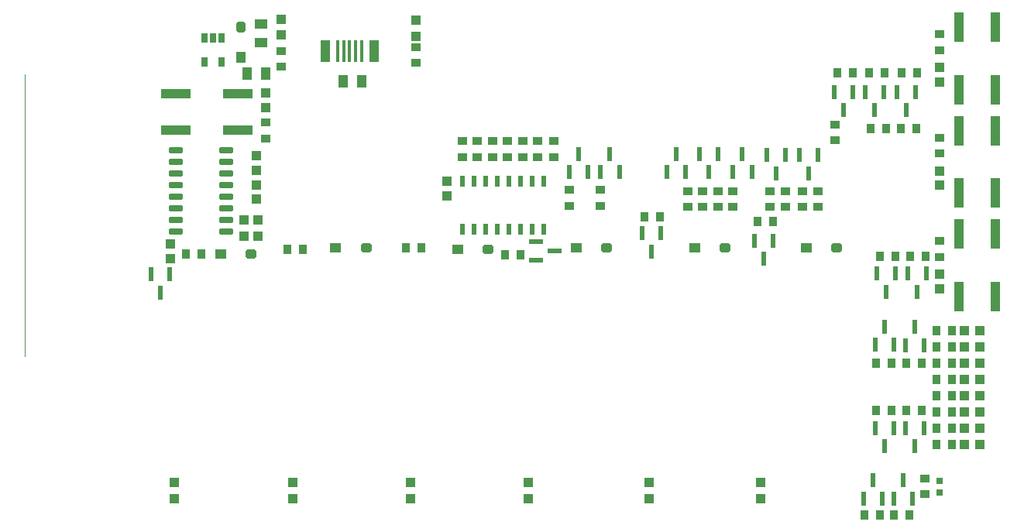
<source format=gtp>
G04*
G04 #@! TF.GenerationSoftware,Altium Limited,Altium NEXUS,2.1.9 (83)*
G04*
G04 Layer_Color=8421504*
%FSLAX44Y44*%
%MOMM*%
G71*
G01*
G75*
%ADD18C,0.1000*%
%ADD19R,0.7000X0.8000*%
%ADD20R,0.6600X1.0000*%
%ADD21R,1.1000X2.3500*%
%ADD22R,0.4000X2.3500*%
%ADD23R,1.0000X1.4000*%
%ADD24R,1.0000X0.9000*%
%ADD25R,1.4000X1.0000*%
%ADD26R,0.9000X1.0000*%
%ADD27R,1.0000X1.1000*%
%ADD28R,1.0000X1.2200*%
G04:AMPARAMS|DCode=29|XSize=1mm|YSize=1.22mm|CornerRadius=0mm|HoleSize=0mm|Usage=FLASHONLY|Rotation=0.000|XOffset=0mm|YOffset=0mm|HoleType=Round|Shape=Octagon|*
%AMOCTAGOND29*
4,1,8,-0.2500,0.6100,0.2500,0.6100,0.5000,0.3600,0.5000,-0.3600,0.2500,-0.6100,-0.2500,-0.6100,-0.5000,-0.3600,-0.5000,0.3600,-0.2500,0.6100,0.0*
%
%ADD29OCTAGOND29*%

%ADD30R,3.2000X1.0000*%
%ADD31R,1.0000X1.0000*%
%ADD32R,0.6100X1.6100*%
G04:AMPARAMS|DCode=33|XSize=0.55mm|YSize=1.25mm|CornerRadius=0.0495mm|HoleSize=0mm|Usage=FLASHONLY|Rotation=180.000|XOffset=0mm|YOffset=0mm|HoleType=Round|Shape=RoundedRectangle|*
%AMROUNDEDRECTD33*
21,1,0.5500,1.1510,0,0,180.0*
21,1,0.4510,1.2500,0,0,180.0*
1,1,0.0990,-0.2255,0.5755*
1,1,0.0990,0.2255,0.5755*
1,1,0.0990,0.2255,-0.5755*
1,1,0.0990,-0.2255,-0.5755*
%
%ADD33ROUNDEDRECTD33*%
%ADD34R,1.1000X1.0000*%
%ADD35R,1.2200X1.0000*%
G04:AMPARAMS|DCode=36|XSize=1mm|YSize=1.22mm|CornerRadius=0mm|HoleSize=0mm|Usage=FLASHONLY|Rotation=270.000|XOffset=0mm|YOffset=0mm|HoleType=Round|Shape=Octagon|*
%AMOCTAGOND36*
4,1,8,0.6100,0.2500,0.6100,-0.2500,0.3600,-0.5000,-0.3600,-0.5000,-0.6100,-0.2500,-0.6100,0.2500,-0.3600,0.5000,0.3600,0.5000,0.6100,0.2500,0.0*
%
%ADD36OCTAGOND36*%

%ADD37R,1.0000X3.2000*%
%ADD38R,1.6100X0.6100*%
G04:AMPARAMS|DCode=39|XSize=0.6mm|YSize=1.45mm|CornerRadius=0.051mm|HoleSize=0mm|Usage=FLASHONLY|Rotation=270.000|XOffset=0mm|YOffset=0mm|HoleType=Round|Shape=RoundedRectangle|*
%AMROUNDEDRECTD39*
21,1,0.6000,1.3480,0,0,270.0*
21,1,0.4980,1.4500,0,0,270.0*
1,1,0.1020,-0.6740,-0.2490*
1,1,0.1020,-0.6740,0.2490*
1,1,0.1020,0.6740,0.2490*
1,1,0.1020,0.6740,-0.2490*
%
%ADD39ROUNDEDRECTD39*%
%ADD40R,1.0000X1.0000*%
D18*
X255800Y444170D02*
Y752170D01*
D19*
X1256030Y307498D02*
D03*
Y295498D02*
D03*
D20*
X471018Y791764D02*
D03*
X461518D02*
D03*
X452018D02*
D03*
Y765764D02*
D03*
X471018D02*
D03*
D21*
X637162Y777494D02*
D03*
X584162D02*
D03*
D22*
X597662D02*
D03*
X604162D02*
D03*
X610662D02*
D03*
X617162D02*
D03*
X623662D02*
D03*
D23*
X623918Y744982D02*
D03*
X603918D02*
D03*
X519016Y752856D02*
D03*
X499016D02*
D03*
D24*
X683514Y781930D02*
D03*
Y764930D02*
D03*
X535940Y777866D02*
D03*
Y760866D02*
D03*
X519430Y682380D02*
D03*
Y699380D02*
D03*
X1239520Y309998D02*
D03*
Y292998D02*
D03*
X1106170Y624450D02*
D03*
Y607450D02*
D03*
X1070610Y624450D02*
D03*
Y607450D02*
D03*
X1122680Y624450D02*
D03*
Y607450D02*
D03*
X1087120Y624450D02*
D03*
Y607450D02*
D03*
X996950Y607450D02*
D03*
Y624450D02*
D03*
X1013460Y607450D02*
D03*
Y624450D02*
D03*
X834390Y679060D02*
D03*
Y662060D02*
D03*
X816610Y679060D02*
D03*
Y662060D02*
D03*
X800100Y679060D02*
D03*
Y662060D02*
D03*
X783590Y679060D02*
D03*
Y662060D02*
D03*
X767080Y679060D02*
D03*
Y662060D02*
D03*
X734060Y679060D02*
D03*
Y662060D02*
D03*
X750570Y679060D02*
D03*
Y662060D02*
D03*
X1141730Y697348D02*
D03*
Y680348D02*
D03*
X850900Y608720D02*
D03*
Y625720D02*
D03*
X885190Y608720D02*
D03*
Y625720D02*
D03*
X980186Y607450D02*
D03*
Y624450D02*
D03*
X1029970Y607450D02*
D03*
Y624450D02*
D03*
X1256030Y569840D02*
D03*
Y552840D02*
D03*
Y682870D02*
D03*
Y665870D02*
D03*
Y795900D02*
D03*
Y778900D02*
D03*
D25*
X513588Y807306D02*
D03*
Y787306D02*
D03*
D26*
X1230494Y693166D02*
D03*
X1213494D02*
D03*
X1180220D02*
D03*
X1197220D02*
D03*
X1143898Y753872D02*
D03*
X1160898D02*
D03*
X1178188D02*
D03*
X1195188D02*
D03*
X1213748D02*
D03*
X1230748D02*
D03*
X1269610Y472440D02*
D03*
X1252610D02*
D03*
X1219590Y436880D02*
D03*
X1236590D02*
D03*
X1269610Y454660D02*
D03*
X1252610D02*
D03*
X1186570Y436880D02*
D03*
X1203570D02*
D03*
X1269610D02*
D03*
X1252610D02*
D03*
X1207544Y553438D02*
D03*
X1190544D02*
D03*
X1269610Y419100D02*
D03*
X1252610D02*
D03*
X1240564Y553438D02*
D03*
X1223564D02*
D03*
X1269610Y401320D02*
D03*
X1252610D02*
D03*
X1206010Y270764D02*
D03*
X1223010D02*
D03*
X1269610Y383540D02*
D03*
X1252610D02*
D03*
X1173870Y270764D02*
D03*
X1190870D02*
D03*
X1269610Y365760D02*
D03*
X1252610D02*
D03*
X1203198Y384810D02*
D03*
X1186198D02*
D03*
X1269610Y347980D02*
D03*
X1252610D02*
D03*
X1236590Y385064D02*
D03*
X1219590D02*
D03*
X432190Y556260D02*
D03*
X449190D02*
D03*
X559680Y561340D02*
D03*
X542680D02*
D03*
X689220Y562610D02*
D03*
X672220D02*
D03*
X780678Y554990D02*
D03*
X797678D02*
D03*
X950332Y596138D02*
D03*
X933332D02*
D03*
X1073776Y591058D02*
D03*
X1056776D02*
D03*
D27*
X683514Y794140D02*
D03*
Y811140D02*
D03*
X535940Y795410D02*
D03*
Y812410D02*
D03*
X419354Y305680D02*
D03*
Y288680D02*
D03*
X548640Y305680D02*
D03*
Y288680D02*
D03*
X677164Y305680D02*
D03*
Y288680D02*
D03*
X806196Y305680D02*
D03*
Y288680D02*
D03*
X938022Y305680D02*
D03*
Y288680D02*
D03*
X1060196Y305680D02*
D03*
Y288680D02*
D03*
D28*
X491998Y770589D02*
D03*
D29*
Y804211D02*
D03*
D30*
X488660Y731200D02*
D03*
Y691200D02*
D03*
X420660D02*
D03*
Y731200D02*
D03*
D31*
X519430Y715900D02*
D03*
Y731900D02*
D03*
X717550Y635380D02*
D03*
Y619380D02*
D03*
X1256030Y533780D02*
D03*
Y517780D02*
D03*
Y646810D02*
D03*
Y630810D02*
D03*
Y759840D02*
D03*
Y743840D02*
D03*
X509270Y615570D02*
D03*
Y631570D02*
D03*
Y647320D02*
D03*
Y663320D02*
D03*
X415290Y566800D02*
D03*
Y550800D02*
D03*
D32*
X1122770Y664000D02*
D03*
X1102270D02*
D03*
X1112520Y644100D02*
D03*
X1087210Y664000D02*
D03*
X1066710D02*
D03*
X1076960Y644100D02*
D03*
X1013550Y665270D02*
D03*
X993050D02*
D03*
X1003300Y645370D02*
D03*
X1229250Y732834D02*
D03*
X1208750D02*
D03*
X1219000Y712934D02*
D03*
X1194960Y732834D02*
D03*
X1174460D02*
D03*
X1184710Y712934D02*
D03*
X1160670Y732834D02*
D03*
X1140170D02*
D03*
X1150420Y712934D02*
D03*
X850810Y645370D02*
D03*
X871310D02*
D03*
X861060Y665270D02*
D03*
X885100Y645370D02*
D03*
X905600D02*
D03*
X895350Y665270D02*
D03*
X957490Y645370D02*
D03*
X977990D02*
D03*
X967740Y665270D02*
D03*
X1029880Y645370D02*
D03*
X1050380D02*
D03*
X1040130Y665270D02*
D03*
X1218348Y456140D02*
D03*
X1238848D02*
D03*
X1228598Y476040D02*
D03*
X1185328Y456394D02*
D03*
X1205828D02*
D03*
X1195578Y476294D02*
D03*
X1207516Y534416D02*
D03*
X1187016D02*
D03*
X1197266Y514516D02*
D03*
X1241642Y534460D02*
D03*
X1221142D02*
D03*
X1231392Y514560D02*
D03*
X1205394Y288500D02*
D03*
X1225894D02*
D03*
X1215644Y308400D02*
D03*
X1172374Y288500D02*
D03*
X1192874D02*
D03*
X1182624Y308400D02*
D03*
X1205574Y365550D02*
D03*
X1185074D02*
D03*
X1195324Y345650D02*
D03*
X1238594Y365550D02*
D03*
X1218094D02*
D03*
X1228344Y345650D02*
D03*
X414110Y533444D02*
D03*
X393610D02*
D03*
X403860Y513544D02*
D03*
X950648Y578358D02*
D03*
X930148D02*
D03*
X940398Y558458D02*
D03*
X1074002Y570274D02*
D03*
X1053502D02*
D03*
X1063752Y550374D02*
D03*
D33*
X822960Y635850D02*
D03*
X810260D02*
D03*
X797560D02*
D03*
X784860D02*
D03*
X772160D02*
D03*
X759460D02*
D03*
X746760D02*
D03*
X734060D02*
D03*
X822960Y583350D02*
D03*
X810260D02*
D03*
X797560D02*
D03*
X784860D02*
D03*
X772160D02*
D03*
X759460D02*
D03*
X746760D02*
D03*
X734060D02*
D03*
D34*
X1283090Y472440D02*
D03*
X1300090D02*
D03*
X1283090Y454660D02*
D03*
X1300090D02*
D03*
X1283090Y436880D02*
D03*
X1300090D02*
D03*
X1283090Y419100D02*
D03*
X1300090D02*
D03*
X1283090Y401320D02*
D03*
X1300090D02*
D03*
X1283090Y383540D02*
D03*
X1300090D02*
D03*
X1283090Y365760D02*
D03*
X1300090D02*
D03*
X1283090Y347980D02*
D03*
X1300090D02*
D03*
D35*
X469599Y556260D02*
D03*
X595329Y562610D02*
D03*
X728679Y561340D02*
D03*
X858219Y562610D02*
D03*
X987759D02*
D03*
X1109679D02*
D03*
D36*
X503221Y556260D02*
D03*
X628951Y562610D02*
D03*
X762301Y561340D02*
D03*
X891841Y562610D02*
D03*
X1021381D02*
D03*
X1143301D02*
D03*
D37*
X1316670Y509560D02*
D03*
X1276670D02*
D03*
Y577560D02*
D03*
X1316670D02*
D03*
Y622590D02*
D03*
X1276670D02*
D03*
Y690590D02*
D03*
X1316670D02*
D03*
Y735620D02*
D03*
X1276670D02*
D03*
Y803620D02*
D03*
X1316670D02*
D03*
D38*
X814788Y569304D02*
D03*
Y548804D02*
D03*
X834688Y559054D02*
D03*
D39*
X475560Y580390D02*
D03*
Y593090D02*
D03*
Y605790D02*
D03*
Y618490D02*
D03*
Y631190D02*
D03*
Y643890D02*
D03*
Y656590D02*
D03*
Y669290D02*
D03*
X421060Y580390D02*
D03*
Y593090D02*
D03*
Y605790D02*
D03*
Y618490D02*
D03*
Y631190D02*
D03*
Y643890D02*
D03*
Y656590D02*
D03*
Y669290D02*
D03*
D40*
X510920Y575310D02*
D03*
X494920D02*
D03*
X494920Y593090D02*
D03*
X510920D02*
D03*
M02*

</source>
